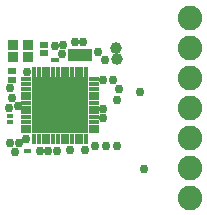
<source format=gbr>
G04 EAGLE Gerber X2 export*
%TF.Part,Single*%
%TF.FileFunction,Soldermask,Top,1*%
%TF.FilePolarity,Negative*%
%TF.GenerationSoftware,Autodesk,EAGLE,8.7.1*%
%TF.CreationDate,2018-04-15T23:48:00Z*%
G75*
%MOMM*%
%FSLAX34Y34*%
%LPD*%
%AMOC8*
5,1,8,0,0,1.08239X$1,22.5*%
G01*
%ADD10R,0.381000X0.457200*%
%ADD11C,2.082800*%
%ADD12R,0.953200X0.903200*%
%ADD13R,0.433200X0.883200*%
%ADD14R,4.803200X4.803200*%
%ADD15R,0.883200X0.433200*%
%ADD16R,0.553200X0.553200*%
%ADD17R,0.803200X0.603200*%
%ADD18R,0.503200X0.453200*%
%ADD19C,0.762000*%
%ADD20C,1.008000*%


D10*
X20480Y4641D03*
X17178Y4641D03*
X40117Y81766D03*
X43419Y81766D03*
D11*
X156400Y117800D03*
X156400Y92400D03*
X156400Y67000D03*
X156400Y41600D03*
X156400Y16200D03*
X156400Y-9200D03*
X156400Y-34600D03*
D12*
X19607Y84791D03*
X6107Y84791D03*
X6107Y94791D03*
X19607Y94791D03*
D13*
X24462Y14900D03*
D14*
X46462Y43500D03*
D13*
X28462Y14900D03*
X32462Y14900D03*
X36462Y14900D03*
X40462Y14900D03*
X44462Y14900D03*
X48462Y14900D03*
X52462Y14900D03*
X56462Y14900D03*
X60462Y14900D03*
X64462Y14900D03*
X68462Y14900D03*
D15*
X75062Y21500D03*
X75062Y25500D03*
X75062Y29500D03*
X75062Y33500D03*
X75062Y37500D03*
X75062Y41500D03*
X75062Y45500D03*
X75062Y49500D03*
X75062Y53500D03*
X75062Y57500D03*
X75062Y61500D03*
X75062Y65500D03*
D13*
X68462Y72100D03*
X64462Y72100D03*
X60462Y72100D03*
X56462Y72100D03*
X52462Y72100D03*
X48462Y72100D03*
X44462Y72100D03*
X40462Y72100D03*
X36462Y72100D03*
X32462Y72100D03*
X28462Y72100D03*
X24462Y72100D03*
D15*
X17862Y65500D03*
X17862Y61500D03*
X17862Y57500D03*
X17862Y53500D03*
X17862Y49500D03*
X17862Y45500D03*
X17862Y41500D03*
X17862Y37500D03*
X17862Y33500D03*
X17862Y29500D03*
X17862Y25500D03*
X17862Y21500D03*
D16*
X70739Y83796D03*
X65739Y83796D03*
X60739Y83796D03*
X55739Y83796D03*
X70739Y88796D03*
X65739Y88796D03*
X60739Y88796D03*
X55739Y88796D03*
D17*
X5860Y65313D03*
X5860Y72313D03*
X32624Y87440D03*
X32624Y94440D03*
D18*
X4016Y29337D03*
X4016Y34337D03*
D19*
X114300Y54864D03*
X82622Y40749D03*
X94674Y48000D03*
X96000Y57000D03*
X67056Y6096D03*
X82904Y32994D03*
X48895Y94447D03*
D20*
X94250Y82682D03*
D19*
X3674Y11278D03*
X7853Y4397D03*
X35991Y4675D03*
X46462Y43500D03*
X3500Y41000D03*
X4000Y58000D03*
X44000Y25000D03*
X42000Y94000D03*
X76340Y9192D03*
X30000Y25000D03*
X55000Y25000D03*
X30000Y34000D03*
X38981Y36019D03*
X30000Y60000D03*
X50000Y35000D03*
X47752Y86868D03*
D20*
X94000Y92000D03*
D19*
X17529Y15255D03*
X11301Y11363D03*
X29133Y4868D03*
X44000Y5000D03*
X18000Y72000D03*
X85113Y9340D03*
X55000Y6000D03*
X94257Y8846D03*
X117638Y-10474D03*
X78740Y88900D03*
X82526Y65278D03*
X10398Y43225D03*
X65834Y96753D03*
X5572Y49951D03*
X58976Y96869D03*
X91185Y64688D03*
X84516Y82262D03*
M02*

</source>
